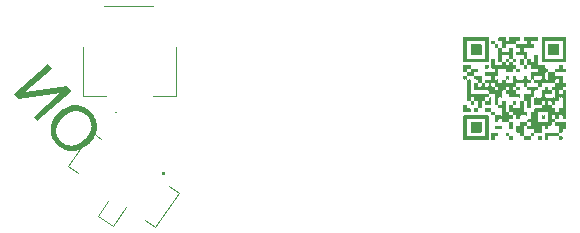
<source format=gbo>
G04*
G04 #@! TF.GenerationSoftware,Altium Limited,Altium Designer,21.8.1 (53)*
G04*
G04 Layer_Color=32896*
%FSLAX25Y25*%
%MOIN*%
G70*
G04*
G04 #@! TF.SameCoordinates,890B58B6-DEF3-4EBB-B803-0FA26A9B754B*
G04*
G04*
G04 #@! TF.FilePolarity,Positive*
G04*
G01*
G75*
%ADD10C,0.00394*%
%ADD86C,0.00787*%
G36*
X487636Y103027D02*
X485257D01*
Y101775D01*
X486384D01*
Y100648D01*
X486259D01*
Y100523D01*
X483254D01*
Y100648D01*
X483003D01*
Y100523D01*
X482878D01*
Y100398D01*
X482753D01*
Y100022D01*
X482878D01*
Y99897D01*
X482753D01*
Y99521D01*
X482878D01*
Y99396D01*
X484005D01*
Y97017D01*
X485132D01*
Y96892D01*
X485257D01*
Y95765D01*
X486384D01*
Y98144D01*
X487636D01*
Y94889D01*
X490015D01*
Y93762D01*
X490140D01*
Y93637D01*
X490891D01*
Y92510D01*
D01*
D01*
X493270D01*
Y91383D01*
X493395D01*
Y91258D01*
X495649D01*
Y91133D01*
X495774D01*
Y88879D01*
X496901D01*
Y87752D01*
X496776D01*
Y87627D01*
X495774D01*
Y86500D01*
X496776D01*
Y86375D01*
X496901D01*
Y76859D01*
X495774D01*
Y77986D01*
X495649D01*
Y78111D01*
X494647D01*
Y77986D01*
X494522D01*
Y76859D01*
X493270D01*
Y77610D01*
X493395D01*
Y77861D01*
X493270D01*
Y77986D01*
X493145D01*
Y78111D01*
X492269D01*
Y77986D01*
X492143D01*
Y77610D01*
Y77485D01*
Y76859D01*
X493270D01*
Y75983D01*
X492143D01*
Y74856D01*
X492018D01*
Y74731D01*
X490891D01*
Y73604D01*
X490015D01*
Y74731D01*
X488888D01*
Y74606D01*
X488763D01*
Y72727D01*
X488888D01*
Y72602D01*
X488763D01*
Y72352D01*
X486384D01*
Y73479D01*
X486259D01*
Y73604D01*
X484380D01*
Y73479D01*
X484255D01*
Y73604D01*
X484005D01*
Y74731D01*
X482878D01*
Y74606D01*
X482753D01*
Y71475D01*
Y71350D01*
Y71100D01*
X481751D01*
Y71225D01*
X481626D01*
Y72352D01*
X480499D01*
Y72477D01*
X480374D01*
Y74606D01*
X480499D01*
Y74731D01*
X481501D01*
Y74856D01*
X481626D01*
Y75858D01*
X481751D01*
Y75983D01*
X484005D01*
Y74731D01*
X485132D01*
Y74856D01*
X485257D01*
Y75858D01*
X485132D01*
Y75983D01*
X484005D01*
Y76734D01*
X484130D01*
Y76859D01*
X485132D01*
Y76984D01*
X485257D01*
Y79238D01*
X486384D01*
Y80365D01*
X486509D01*
Y80490D01*
X488763D01*
Y80615D01*
X488888D01*
Y80866D01*
X488763D01*
Y81617D01*
D01*
D01*
X486509D01*
Y81742D01*
X486384D01*
Y83996D01*
X487010D01*
Y84121D01*
X487260D01*
Y83996D01*
X488137D01*
Y84121D01*
X488387D01*
Y83996D01*
X488637D01*
Y84121D01*
X488763D01*
Y84246D01*
X488888D01*
Y84497D01*
X488763D01*
Y85874D01*
X488888D01*
Y85999D01*
X488763D01*
Y86375D01*
X488888D01*
Y86500D01*
X490015D01*
Y87627D01*
X490891D01*
Y86500D01*
X492143D01*
Y85373D01*
X492018D01*
Y85248D01*
X490015D01*
Y84121D01*
X490140D01*
Y83996D01*
X490516D01*
Y84121D01*
X490641D01*
Y83996D01*
X492644D01*
Y84121D01*
X492895D01*
Y83996D01*
X493145D01*
Y84121D01*
X493270D01*
Y84246D01*
X493395D01*
Y84497D01*
X493270D01*
Y86124D01*
X493395D01*
Y86250D01*
X493270D01*
Y86500D01*
X492143D01*
Y87627D01*
X493270D01*
Y87877D01*
X493395D01*
Y88003D01*
X493270D01*
Y88754D01*
X493395D01*
Y88879D01*
X494522D01*
Y90006D01*
X494397D01*
Y90131D01*
X494021D01*
Y90006D01*
X493771D01*
Y90131D01*
X493520D01*
Y90006D01*
X493270D01*
Y88879D01*
X488888D01*
Y88754D01*
X488763D01*
Y88003D01*
X488888D01*
Y87877D01*
X488763D01*
Y87627D01*
X487636D01*
Y88754D01*
X487511D01*
Y88879D01*
X486509D01*
Y89004D01*
X486384D01*
Y90006D01*
D01*
D01*
X485883D01*
Y90131D01*
X485507D01*
Y90006D01*
X485382D01*
Y90131D01*
X485257D01*
Y92510D01*
X487636D01*
Y93637D01*
X485257D01*
Y94763D01*
X485132D01*
Y94889D01*
X484005D01*
Y97017D01*
X482878D01*
Y97518D01*
X482753D01*
Y97768D01*
X482878D01*
Y98019D01*
X482753D01*
Y98144D01*
X480499D01*
Y98269D01*
X480374D01*
Y99271D01*
X480499D01*
Y99396D01*
X481626D01*
Y100523D01*
X481376D01*
Y100648D01*
X481250D01*
Y100523D01*
X480499D01*
Y100648D01*
X480374D01*
Y101775D01*
X476868D01*
Y101650D01*
X476743D01*
Y101274D01*
X476868D01*
Y101149D01*
X476743D01*
Y101024D01*
X476868D01*
Y100773D01*
X476743D01*
Y100523D01*
X475616D01*
Y102902D01*
X475491D01*
Y103027D01*
X474364D01*
Y104029D01*
X474489D01*
Y104154D01*
X476743D01*
Y104029D01*
X476868D01*
Y103778D01*
X476743D01*
Y103528D01*
X476868D01*
Y103403D01*
X476743D01*
Y103152D01*
X476868D01*
Y103027D01*
X476993D01*
Y102902D01*
X477119D01*
Y103027D01*
X477995D01*
Y104154D01*
X481626D01*
Y103027D01*
X480499D01*
Y102902D01*
X480374D01*
Y101775D01*
X484005D01*
Y102902D01*
X483880D01*
Y103027D01*
X482878D01*
Y103152D01*
X482753D01*
Y103403D01*
X482878D01*
Y103778D01*
X482753D01*
Y104029D01*
X482878D01*
Y104154D01*
X487636D01*
Y103027D01*
D02*
G37*
G36*
X496901Y95765D02*
X488888D01*
Y95890D01*
X488763D01*
Y96266D01*
X488888D01*
Y96391D01*
X488763D01*
Y103528D01*
X488888D01*
Y103653D01*
X488763D01*
Y104029D01*
X488888D01*
Y104154D01*
X496901D01*
Y95765D01*
D02*
G37*
G36*
X473112Y102902D02*
X473237D01*
Y102401D01*
Y102276D01*
Y101775D01*
X474364D01*
Y100523D01*
X475616D01*
Y99396D01*
X477995D01*
Y100523D01*
X478245D01*
Y100648D01*
X478371D01*
Y100523D01*
X479247D01*
Y97017D01*
X480249D01*
Y96892D01*
X480374D01*
Y96266D01*
Y96141D01*
Y95765D01*
X479247D01*
Y97017D01*
X477995D01*
Y97142D01*
Y97268D01*
Y98144D01*
X475616D01*
Y95765D01*
X476743D01*
Y95640D01*
X476868D01*
Y95390D01*
X476743D01*
Y95014D01*
X476868D01*
Y94889D01*
X477995D01*
Y95765D01*
X476868D01*
Y96642D01*
X476743D01*
Y96767D01*
X476868D01*
Y97017D01*
X477995D01*
Y96892D01*
Y96767D01*
Y95765D01*
X479247D01*
Y94889D01*
X480374D01*
Y93637D01*
X481626D01*
Y93011D01*
Y92886D01*
Y92510D01*
X480374D01*
Y93637D01*
X479247D01*
Y92510D01*
X476868D01*
Y92635D01*
X476743D01*
Y92886D01*
X476868D01*
Y93511D01*
X476743D01*
Y93637D01*
X474364D01*
Y91258D01*
X473237D01*
Y90131D01*
X473362D01*
Y90006D01*
X473988D01*
Y90131D01*
X474239D01*
Y90006D01*
X474364D01*
Y89004D01*
X474489D01*
Y88879D01*
X475616D01*
Y90006D01*
X475741D01*
Y90131D01*
X475992D01*
Y90006D01*
X476868D01*
Y89254D01*
X476743D01*
Y89004D01*
X476868D01*
Y88879D01*
X479122D01*
Y89004D01*
X479247D01*
Y91258D01*
X480374D01*
Y90131D01*
X480499D01*
Y90006D01*
X482628D01*
Y90131D01*
X482753D01*
Y90256D01*
X482878D01*
Y90507D01*
X482753D01*
Y90632D01*
X482878D01*
Y90882D01*
X482753D01*
Y91133D01*
X482878D01*
Y91258D01*
X484005D01*
Y90131D01*
X484130D01*
Y90006D01*
X485257D01*
Y89004D01*
X485132D01*
Y88879D01*
X484005D01*
Y87627D01*
X487636D01*
Y86500D01*
X486509D01*
Y86375D01*
X486384D01*
Y84121D01*
X485382D01*
Y83996D01*
X485257D01*
Y83871D01*
Y83745D01*
Y80615D01*
X485132D01*
Y80490D01*
X484005D01*
Y82869D01*
X482878D01*
Y84872D01*
X482753D01*
Y85123D01*
X482878D01*
Y85248D01*
X485132D01*
Y85373D01*
X485257D01*
Y86375D01*
X485132D01*
Y86500D01*
X484005D01*
Y87627D01*
X482878D01*
Y87877D01*
X482753D01*
Y88128D01*
X482878D01*
Y88253D01*
X482753D01*
Y88378D01*
X482878D01*
Y88754D01*
X482753D01*
Y88879D01*
X480499D01*
Y88754D01*
X480374D01*
Y87627D01*
X481626D01*
Y86500D01*
X480374D01*
Y87627D01*
X479247D01*
Y86500D01*
X480374D01*
Y85373D01*
X480499D01*
Y85248D01*
X481626D01*
Y84121D01*
X481501D01*
Y83996D01*
X481250D01*
Y84121D01*
X478371D01*
Y83996D01*
X478120D01*
Y84121D01*
X477995D01*
Y85248D01*
X476868D01*
Y85498D01*
X476743D01*
Y85624D01*
X476868D01*
Y86500D01*
X477995D01*
Y87627D01*
X476868D01*
Y87502D01*
X476743D01*
Y87251D01*
X476868D01*
Y86625D01*
X476743D01*
Y86500D01*
X475741D01*
Y86375D01*
X475616D01*
Y84121D01*
X475491D01*
Y83996D01*
X475241D01*
Y84121D01*
X474489D01*
Y83996D01*
X474364D01*
Y81617D01*
X475491D01*
Y81742D01*
X475616D01*
Y82869D01*
X476743D01*
Y82744D01*
X476868D01*
Y82368D01*
X476743D01*
Y82243D01*
X476868D01*
Y80991D01*
X476743D01*
Y80741D01*
X476868D01*
Y80115D01*
X476743D01*
Y79989D01*
X476868D01*
Y79739D01*
X476743D01*
Y79363D01*
X476868D01*
Y79238D01*
X477995D01*
Y78111D01*
X478120D01*
Y77986D01*
X478371D01*
Y78111D01*
X479122D01*
Y77986D01*
X479247D01*
Y76984D01*
X479122D01*
Y76859D01*
X477995D01*
Y75983D01*
X479122D01*
Y75858D01*
X479247D01*
Y73604D01*
X478997D01*
Y73479D01*
X478871D01*
Y73604D01*
X478371D01*
Y73479D01*
X478245D01*
Y73604D01*
X477995D01*
Y75106D01*
Y75231D01*
Y75983D01*
X475616D01*
Y76859D01*
X474489D01*
Y76734D01*
X474364D01*
Y75983D01*
X473237D01*
Y78111D01*
X472361D01*
Y77986D01*
X472236D01*
Y78111D01*
X471985D01*
Y79238D01*
X469982D01*
Y79363D01*
X469857D01*
Y79864D01*
Y79989D01*
Y80365D01*
X469982D01*
Y80490D01*
X471860D01*
Y80365D01*
X471985D01*
Y79238D01*
X473112D01*
Y79113D01*
X473237D01*
Y78111D01*
X475241D01*
Y77986D01*
X475491D01*
Y78111D01*
X475616D01*
Y80365D01*
X475491D01*
Y80490D01*
X474489D01*
Y80615D01*
X474364D01*
Y81617D01*
X473362D01*
Y81742D01*
X473237D01*
Y85248D01*
X471109D01*
Y86375D01*
X470984D01*
Y86500D01*
X466351D01*
Y88503D01*
X466226D01*
Y88629D01*
X466351D01*
Y88879D01*
X467478D01*
Y87752D01*
X467603D01*
Y87627D01*
X468605D01*
Y87752D01*
X468730D01*
Y88879D01*
X467478D01*
Y90006D01*
X467353D01*
Y90131D01*
X467102D01*
Y90006D01*
X466852D01*
Y90131D01*
X466727D01*
Y90006D01*
X466476D01*
Y90131D01*
X466351D01*
Y90256D01*
X466226D01*
Y90381D01*
X466351D01*
Y91258D01*
X463847D01*
Y92385D01*
X463972D01*
Y92510D01*
X465099D01*
Y93637D01*
X463972D01*
Y93511D01*
X463847D01*
Y92510D01*
X462720D01*
Y94889D01*
X464974D01*
Y94763D01*
X465099D01*
Y93637D01*
X467478D01*
Y92510D01*
X466351D01*
Y92259D01*
X466226D01*
Y92134D01*
X466351D01*
Y91258D01*
X468605D01*
Y91133D01*
X468730D01*
Y88879D01*
X469857D01*
Y87752D01*
X469982D01*
Y87627D01*
X470984D01*
Y87752D01*
X471109D01*
Y88879D01*
X469857D01*
Y90006D01*
X470107D01*
Y90131D01*
X470358D01*
Y90006D01*
X471860D01*
Y90131D01*
X471985D01*
Y91258D01*
X469982D01*
Y91383D01*
X469857D01*
Y92385D01*
X469982D01*
Y92510D01*
X473237D01*
Y93637D01*
X472110D01*
Y93762D01*
X471985D01*
Y96892D01*
X472110D01*
Y97017D01*
X473112D01*
Y96892D01*
X473237D01*
Y94889D01*
X475616D01*
Y95765D01*
X474489D01*
Y95890D01*
X474364D01*
Y100523D01*
X473362D01*
Y100648D01*
X473237D01*
Y101775D01*
X472110D01*
Y101900D01*
X471985D01*
Y102902D01*
X472110D01*
Y103027D01*
X473112D01*
Y102902D01*
D02*
G37*
G36*
X471109Y95765D02*
X462720D01*
Y104154D01*
X471109D01*
Y95765D01*
D02*
G37*
G36*
X482753Y94889D02*
X481626D01*
Y96892D01*
X481751D01*
Y97017D01*
X482753D01*
Y94889D01*
D02*
G37*
G36*
X484005Y93762D02*
X483880D01*
Y93637D01*
X482878D01*
Y93887D01*
X482753D01*
Y94138D01*
X482878D01*
Y94889D01*
X484005D01*
Y93762D01*
D02*
G37*
G36*
X470984Y94763D02*
X471109D01*
Y93762D01*
X470984D01*
Y93637D01*
X469982D01*
Y93762D01*
X469857D01*
Y94388D01*
Y94513D01*
Y94763D01*
X469982D01*
Y94889D01*
X470984D01*
Y94763D01*
D02*
G37*
G36*
X495649D02*
X495774D01*
Y94012D01*
X495649D01*
Y93887D01*
X495774D01*
Y93637D01*
X496901D01*
Y92510D01*
X493270D01*
Y92760D01*
Y92886D01*
Y93511D01*
X493395D01*
Y93637D01*
X494397D01*
Y93762D01*
X494522D01*
Y94763D01*
X494647D01*
Y94889D01*
X495649D01*
Y94763D01*
D02*
G37*
G36*
X477995Y90131D02*
X477870D01*
Y90006D01*
X477494D01*
Y90131D01*
X477244D01*
Y90006D01*
X476868D01*
Y90882D01*
X476743D01*
Y91133D01*
X476868D01*
Y91258D01*
X477995D01*
Y90131D01*
D02*
G37*
G36*
X480374Y81617D02*
X479247D01*
Y82744D01*
Y82869D01*
X480374D01*
Y81617D01*
D02*
G37*
G36*
X463847Y90006D02*
X464723D01*
Y90131D01*
X464974D01*
Y90006D01*
X465099D01*
Y85248D01*
X471109D01*
Y84121D01*
X469982D01*
Y83996D01*
X469857D01*
Y82869D01*
X471109D01*
Y83996D01*
X471610D01*
Y84121D01*
X471860D01*
Y83996D01*
X471985D01*
Y81742D01*
X471860D01*
Y81617D01*
X469982D01*
Y81742D01*
X469857D01*
Y82869D01*
X468730D01*
Y80490D01*
X467478D01*
Y82869D01*
X466351D01*
Y83996D01*
X466101D01*
Y84121D01*
X465725D01*
Y83996D01*
X465600D01*
Y84121D01*
X465224D01*
Y83996D01*
X465099D01*
Y82869D01*
X466351D01*
Y82118D01*
Y81993D01*
Y81742D01*
X466226D01*
Y81617D01*
X465224D01*
Y81742D01*
X465099D01*
Y82869D01*
X463972D01*
Y82994D01*
X463847D01*
Y90006D01*
X463471D01*
Y90131D01*
X463096D01*
Y90006D01*
X462845D01*
Y90131D01*
X462720D01*
Y91258D01*
X463847D01*
Y90006D01*
D02*
G37*
G36*
X482753Y79363D02*
X482878D01*
Y79238D01*
X484005D01*
Y78111D01*
X483754D01*
Y77986D01*
X483629D01*
Y78111D01*
X481751D01*
Y77986D01*
X481626D01*
Y76859D01*
X480499D01*
Y76984D01*
X480374D01*
Y77986D01*
X480249D01*
Y78111D01*
X479247D01*
Y79113D01*
X479122D01*
Y79238D01*
X477995D01*
Y81617D01*
X479247D01*
Y80490D01*
X481626D01*
Y80866D01*
Y80991D01*
Y82869D01*
X482753D01*
Y79363D01*
D02*
G37*
G36*
X467478Y79238D02*
X466351D01*
Y79488D01*
X466226D01*
Y79614D01*
X466351D01*
Y80115D01*
X466226D01*
Y80240D01*
X466351D01*
Y80490D01*
X467478D01*
Y79238D01*
D02*
G37*
G36*
X463847Y80615D02*
X463972D01*
Y80490D01*
X464974D01*
Y80365D01*
X465099D01*
Y79363D01*
X464974D01*
Y79238D01*
X462720D01*
Y81617D01*
X463847D01*
Y80615D01*
D02*
G37*
G36*
X470984Y77986D02*
X471109D01*
Y69973D01*
X462720D01*
Y70474D01*
Y70599D01*
Y77986D01*
X462845D01*
Y78111D01*
X463221D01*
Y77986D01*
X463346D01*
Y78111D01*
X470483D01*
Y77986D01*
X470608D01*
Y78111D01*
X470984D01*
Y77986D01*
D02*
G37*
G36*
X475616Y73604D02*
X475366D01*
Y73479D01*
X475241D01*
Y73604D01*
X473237D01*
Y74731D01*
X475616D01*
Y73604D01*
D02*
G37*
G36*
X496901Y74856D02*
Y74731D01*
Y73604D01*
X495899D01*
Y73479D01*
X495774D01*
Y73353D01*
X495649D01*
Y73228D01*
X495774D01*
Y72477D01*
X495649D01*
Y72352D01*
X494522D01*
Y74731D01*
X493395D01*
Y74856D01*
X493270D01*
Y75858D01*
X493395D01*
Y75983D01*
X496901D01*
Y74856D01*
D02*
G37*
G36*
X486384Y71225D02*
X486259D01*
Y71100D01*
X485257D01*
Y72352D01*
X486384D01*
Y71225D01*
D02*
G37*
G36*
X494522Y71100D02*
X495649D01*
Y70975D01*
X495774D01*
Y70098D01*
X495649D01*
Y69973D01*
X494522D01*
Y71100D01*
X491267D01*
Y71225D01*
X491142D01*
Y71100D01*
X490891D01*
Y69973D01*
X490015D01*
Y72352D01*
X494522D01*
Y71100D01*
D02*
G37*
G36*
X488763Y70975D02*
X488888D01*
Y70849D01*
X488763D01*
Y70349D01*
X488888D01*
Y70098D01*
X488763D01*
Y69973D01*
X487636D01*
Y71100D01*
X488763D01*
Y70975D01*
D02*
G37*
G36*
X485257Y70474D02*
Y70349D01*
Y70098D01*
X485132D01*
Y69973D01*
X482878D01*
Y70098D01*
X482753D01*
Y70349D01*
X482878D01*
Y71100D01*
X485257D01*
Y70474D01*
D02*
G37*
G36*
X477995Y71100D02*
X479247D01*
Y70098D01*
X479122D01*
Y69973D01*
X477995D01*
Y71100D01*
X476868D01*
Y71350D01*
X476743D01*
Y71475D01*
Y71601D01*
X476868D01*
Y71976D01*
X476743D01*
Y72227D01*
X476868D01*
Y72352D01*
X477995D01*
Y71100D01*
D02*
G37*
G36*
X474364Y71225D02*
X474239D01*
Y71100D01*
X473237D01*
Y69973D01*
X471985D01*
Y72227D01*
X472110D01*
Y72352D01*
X474364D01*
Y71225D01*
D02*
G37*
G36*
X325491Y93729D02*
X316538Y85894D01*
X330719Y87754D01*
X332073Y86207D01*
X320683Y76241D01*
X319416Y77690D01*
X328353Y85510D01*
X314203Y83648D01*
X312834Y85211D01*
X324224Y95177D01*
X325491Y93729D01*
D02*
G37*
G36*
X333741Y81477D02*
X334297Y81440D01*
X334772Y81362D01*
X334986Y81317D01*
X335155Y81290D01*
X335291Y81234D01*
X335398Y81212D01*
X335443Y81193D01*
X335474Y81191D01*
X335821Y81059D01*
X336153Y80913D01*
X336768Y80609D01*
X337331Y80230D01*
X337788Y79874D01*
X337994Y79706D01*
X338200Y79537D01*
X338346Y79403D01*
X338475Y79255D01*
X338593Y79154D01*
X338722Y79006D01*
X339094Y78548D01*
X339405Y78093D01*
X339668Y77626D01*
X339901Y77161D01*
X340072Y76700D01*
X340228Y76256D01*
X340339Y75830D01*
X340422Y75437D01*
X340489Y75060D01*
X340528Y74717D01*
X340555Y74420D01*
X340553Y74157D01*
X340555Y73956D01*
X340559Y73785D01*
X340553Y73692D01*
X340551Y73661D01*
X340469Y73124D01*
X340341Y72606D01*
X340166Y72075D01*
X339948Y71594D01*
X339699Y71114D01*
X339453Y70666D01*
X339177Y70250D01*
X338889Y69882D01*
X338617Y69528D01*
X338348Y69205D01*
X338097Y68927D01*
X337895Y68693D01*
X337698Y68520D01*
X337564Y68374D01*
X337465Y68287D01*
X337449Y68273D01*
X337432Y68259D01*
X336844Y67802D01*
X336276Y67421D01*
X335696Y67088D01*
X335424Y66967D01*
X335153Y66845D01*
X334928Y66736D01*
X334706Y66658D01*
X334515Y66578D01*
X334340Y66512D01*
X334212Y66458D01*
X334118Y66434D01*
X334040Y66423D01*
X334023Y66409D01*
X333301Y66271D01*
X332630Y66207D01*
X331980Y66220D01*
X331410Y66273D01*
X330919Y66337D01*
X330719Y66366D01*
X330567Y66407D01*
X330415Y66448D01*
X330308Y66471D01*
X330262Y66489D01*
X330231Y66491D01*
X329884Y66623D01*
X329553Y66769D01*
X328923Y67090D01*
X328374Y67452D01*
X327886Y67810D01*
X327666Y67995D01*
X327491Y68162D01*
X327314Y68298D01*
X327185Y68446D01*
X327082Y68530D01*
X326938Y68695D01*
X326495Y69267D01*
X326131Y69849D01*
X325812Y70413D01*
X325691Y70684D01*
X325584Y70939D01*
X325491Y71178D01*
X325413Y71400D01*
X325347Y71575D01*
X325296Y71733D01*
X325259Y71876D01*
X325220Y71987D01*
X325224Y72048D01*
X325209Y72065D01*
X325102Y72785D01*
X325086Y73468D01*
X325144Y74099D01*
X325228Y74667D01*
X325339Y75171D01*
X325382Y75354D01*
X325440Y75521D01*
X325481Y75673D01*
X325518Y75764D01*
X325539Y75840D01*
X325555Y75854D01*
X325703Y76217D01*
X325880Y76546D01*
X326248Y77188D01*
X326660Y77780D01*
X327065Y78280D01*
X327265Y78484D01*
X327433Y78689D01*
X327600Y78864D01*
X327748Y78994D01*
X327866Y79126D01*
X327948Y79198D01*
X328014Y79255D01*
X328030Y79270D01*
X328684Y79784D01*
X329318Y80222D01*
X329625Y80403D01*
X329945Y80568D01*
X330234Y80704D01*
X330491Y80841D01*
X330746Y80948D01*
X330984Y81041D01*
X331176Y81121D01*
X331365Y81171D01*
X331493Y81224D01*
X331587Y81249D01*
X331665Y81259D01*
X331682Y81274D01*
X332390Y81428D01*
X333091Y81489D01*
X333741Y81477D01*
D02*
G37*
%LPC*%
G36*
X490891Y92510D02*
X490140D01*
Y92385D01*
X490015D01*
Y90131D01*
X490140D01*
Y90006D01*
X490766D01*
Y90131D01*
X490891D01*
Y92510D01*
D01*
D01*
D02*
G37*
G36*
X488763Y91258D02*
X486509D01*
Y91133D01*
X486384D01*
Y90006D01*
D01*
D01*
X488637D01*
Y90131D01*
X488763D01*
Y90256D01*
X488888D01*
Y90507D01*
X488763D01*
Y90882D01*
X488888D01*
Y91133D01*
X488763D01*
Y91258D01*
D02*
G37*
G36*
X495774Y86500D02*
X494647D01*
Y86375D01*
X494522D01*
Y85248D01*
X495649D01*
Y85373D01*
X495774D01*
Y86500D01*
D02*
G37*
G36*
X495649Y84121D02*
X495148D01*
Y83996D01*
X495023D01*
Y84121D01*
X494647D01*
Y83996D01*
X494522D01*
Y82869D01*
X493395D01*
Y82744D01*
X493270D01*
Y81993D01*
X493395D01*
Y81867D01*
X493270D01*
Y81617D01*
X492143D01*
Y82744D01*
X492018D01*
Y82869D01*
X491016D01*
Y82744D01*
X490891D01*
Y81742D01*
X491016D01*
Y81617D01*
X492143D01*
Y80490D01*
X493270D01*
Y80240D01*
X493395D01*
Y80115D01*
X493270D01*
Y79363D01*
X493395D01*
Y79238D01*
X494522D01*
Y80365D01*
X494647D01*
Y80490D01*
X495649D01*
Y80615D01*
X495774D01*
Y83996D01*
X495649D01*
Y84121D01*
D02*
G37*
G36*
X490015Y82869D02*
X488888D01*
Y82744D01*
X488763D01*
Y81617D01*
D01*
D01*
X489890D01*
Y81742D01*
X490015D01*
Y82869D01*
D02*
G37*
G36*
X490891Y79238D02*
X487636D01*
Y75983D01*
X490891D01*
Y79238D01*
D02*
G37*
%LPD*%
G36*
X489890Y77986D02*
X490015D01*
Y76859D01*
X488888D01*
Y76984D01*
X488763D01*
Y77360D01*
X488888D01*
Y77610D01*
X488763D01*
Y77861D01*
X488888D01*
Y77986D01*
X489013D01*
Y78111D01*
X489264D01*
Y77986D01*
X489514D01*
Y78111D01*
X489890D01*
Y77986D01*
D02*
G37*
%LPC*%
G36*
X495649Y103027D02*
X490140D01*
Y102902D01*
X490015D01*
Y97017D01*
X495774D01*
Y102902D01*
X495649D01*
Y103027D01*
D02*
G37*
%LPD*%
G36*
X494522Y98269D02*
X494397D01*
Y98144D01*
X491016D01*
Y98269D01*
X490891D01*
Y98520D01*
Y98645D01*
Y101650D01*
X491016D01*
Y101775D01*
X494522D01*
Y98269D01*
D02*
G37*
%LPC*%
G36*
X473112Y88879D02*
X472110D01*
Y88754D01*
X471985D01*
Y87752D01*
X472110D01*
Y87627D01*
X473237D01*
Y86500D01*
X474364D01*
Y87376D01*
Y87502D01*
Y87627D01*
X473237D01*
Y88754D01*
X473112D01*
Y88879D01*
D02*
G37*
G36*
X469732Y103027D02*
X463972D01*
Y102902D01*
X463847D01*
Y97142D01*
X463972D01*
Y97017D01*
X469857D01*
Y99521D01*
Y99647D01*
Y102902D01*
X469732D01*
Y103027D01*
D02*
G37*
%LPD*%
G36*
X468605Y101650D02*
X468730D01*
Y101525D01*
Y98269D01*
X468605D01*
Y98144D01*
X465224D01*
Y98269D01*
X465099D01*
Y101775D01*
X468605D01*
Y101650D01*
D02*
G37*
%LPC*%
G36*
X469857Y76859D02*
X463972D01*
Y76734D01*
X463847D01*
Y71225D01*
X463972D01*
Y71100D01*
X469857D01*
Y76859D01*
D02*
G37*
%LPD*%
G36*
X468605Y75858D02*
X468730D01*
Y72477D01*
X468605D01*
Y72352D01*
X465099D01*
Y75858D01*
X465224D01*
Y75983D01*
X468605D01*
Y75858D01*
D02*
G37*
%LPC*%
G36*
X333569Y79582D02*
X333132Y79549D01*
X332772Y79496D01*
X332474Y79438D01*
X332379Y79414D01*
X332301Y79403D01*
X332254Y79391D01*
X332237Y79377D01*
X331698Y79196D01*
X331170Y78936D01*
X330703Y78673D01*
X330281Y78391D01*
X330071Y78266D01*
X329908Y78153D01*
X329760Y78023D01*
X329631Y77938D01*
X329532Y77852D01*
X329466Y77794D01*
X329417Y77751D01*
X329400Y77737D01*
X329020Y77375D01*
X328670Y77011D01*
X328351Y76644D01*
X328079Y76291D01*
X327870Y75933D01*
X327662Y75605D01*
X327485Y75276D01*
X327341Y74976D01*
X327244Y74688D01*
X327150Y74431D01*
X327073Y74219D01*
X327030Y74036D01*
X327004Y73867D01*
X326964Y73746D01*
X326960Y73684D01*
X326958Y73653D01*
X326931Y73252D01*
X326952Y72863D01*
X327006Y72503D01*
X327059Y72143D01*
X327145Y71812D01*
X327279Y71493D01*
X327384Y71207D01*
X327520Y70919D01*
X327643Y70678D01*
X327783Y70452D01*
X327894Y70258D01*
X328007Y70096D01*
X328108Y69981D01*
X328164Y69884D01*
X328236Y69802D01*
X328526Y69503D01*
X328818Y69236D01*
X329114Y69030D01*
X329411Y68824D01*
X329725Y68664D01*
X330026Y68520D01*
X330312Y68392D01*
X330600Y68296D01*
X330859Y68232D01*
X331087Y68170D01*
X331301Y68125D01*
X331501Y68096D01*
X331639Y68071D01*
X331762Y68063D01*
X331824Y68059D01*
X331855Y68057D01*
X332258Y68061D01*
X332649Y68113D01*
X333042Y68195D01*
X333420Y68294D01*
X333787Y68440D01*
X334136Y68571D01*
X334778Y68901D01*
X335037Y69069D01*
X335297Y69238D01*
X335523Y69378D01*
X335702Y69505D01*
X335864Y69619D01*
X335980Y69719D01*
X336046Y69777D01*
X336062Y69791D01*
X336508Y70211D01*
X336908Y70618D01*
X337276Y71028D01*
X337566Y71427D01*
X337823Y71797D01*
X338033Y72155D01*
X338212Y72515D01*
X338356Y72816D01*
X338469Y73118D01*
X338564Y73375D01*
X338626Y73604D01*
X338669Y73787D01*
X338695Y73956D01*
X338718Y74063D01*
X338722Y74124D01*
X338724Y74155D01*
X338735Y74542D01*
X338698Y74916D01*
X338644Y75276D01*
X338560Y75638D01*
X338457Y75955D01*
X338354Y76272D01*
X338111Y76815D01*
X337971Y77042D01*
X337846Y77251D01*
X337749Y77428D01*
X337636Y77591D01*
X337551Y77720D01*
X337422Y77869D01*
X337045Y78266D01*
X336634Y78603D01*
X336233Y78862D01*
X335875Y79072D01*
X335543Y79218D01*
X335408Y79274D01*
X335303Y79327D01*
X335181Y79366D01*
X335122Y79401D01*
X335074Y79389D01*
X335060Y79405D01*
X334556Y79517D01*
X334048Y79566D01*
X333569Y79582D01*
D02*
G37*
%LPD*%
D10*
X347169Y79028D02*
G03*
X346776Y79028I-197J0D01*
G01*
D02*
G03*
X347169Y79028I197J0D01*
G01*
X342839Y114461D02*
X359374D01*
X367051Y84539D02*
Y101075D01*
X359374Y84539D02*
X367051D01*
X335949D02*
X343626D01*
X335949D02*
Y101075D01*
X364609Y54509D02*
X367833Y52250D01*
X359930Y40963D02*
X367833Y52250D01*
X356705Y43221D02*
X359930Y40963D01*
X338808Y72574D02*
X342033Y70316D01*
X330905Y61286D02*
X338808Y72574D01*
X330905Y61286D02*
X334130Y59028D01*
X345739Y41287D02*
X350255Y47738D01*
X340901Y44675D02*
X345739Y41287D01*
X340901Y44675D02*
X344288Y49512D01*
D86*
X363061Y58476D02*
G03*
X362416Y58928I-323J226D01*
G01*
D02*
G03*
X363061Y58476I323J-226D01*
G01*
M02*

</source>
